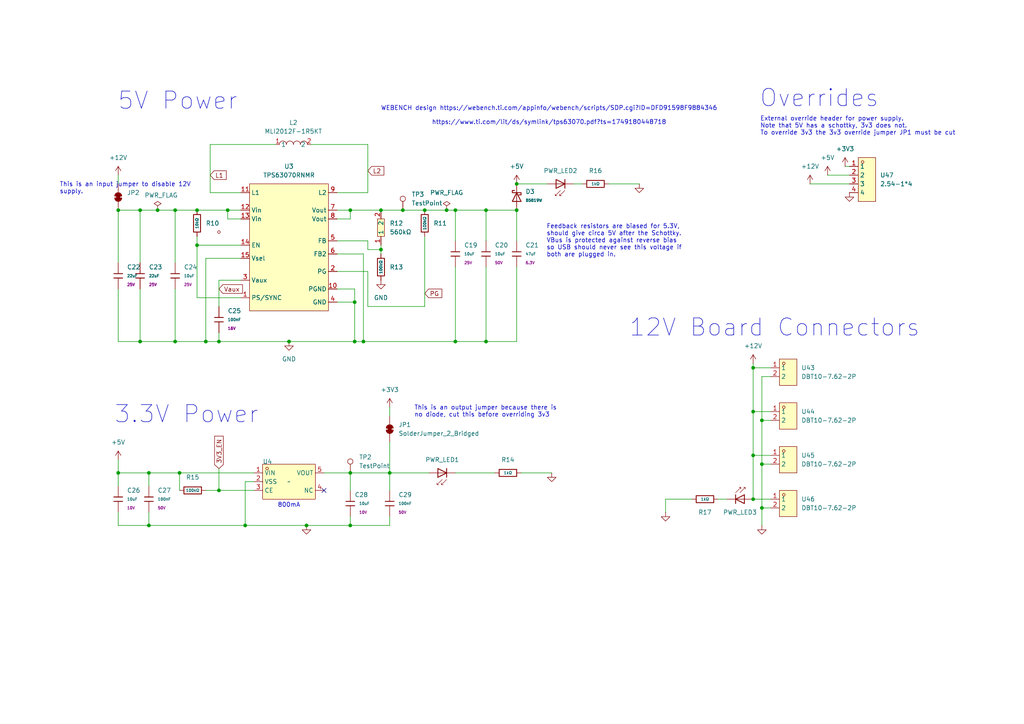
<source format=kicad_sch>
(kicad_sch (version 20250114) (generator "eeschema") (generator_version "9.0")
  (paper "A4")
  (text "External override header for power supply. \nNote that 5V has a schottky, 3v3 does not.\nTo override 3v3 the 3v3 override jumper JP1 must be cut" (at 220.472 36.576 0) (effects (font (size 1.27 1.27)) (justify left)))
  (text "3.3V Power" (at 33.02 123.19 0) (effects (font (size 4.9784 4.9784)) (justify left bottom)))
  (text "Feedback resistors are biased for 5.3V, \nshould give circa 5V after the Schottky. \nVBus is protected against reverse bias \nso USB should never see this voltage if \nboth are plugged in." (at 158.496 69.85 0) (effects (font (size 1.27 1.27)) (justify left)))
  (text "Overrides" (at 220.218 31.496 0) (effects (font (size 4.9784 4.9784)) (justify left bottom)))
  (text "WEBENCH design https://webench.ti.com/appinfo/webench/scripts/SDP.cgi?ID=DFD91598F9884346\n\nhttps://www.ti.com/lit/ds/symlink/tps63070.pdf?ts=1749180448718" (at 159.258 33.528 0) (effects (font (size 1.27 1.27))))
  (text "800mA" (at 80.518 147.32 0) (effects (font (size 1.27 1.27)) (justify left bottom)))
  (text "This is an output jumper because there is \nno diode, cut this before overriding 3v3" (at 120.142 119.38 0) (effects (font (size 1.27 1.27)) (justify left)))
  (text "This is an input jumper to disable 12V\nsupply." (at 17.272 54.61 0) (effects (font (size 1.27 1.27)) (justify left)))
  (text "12V Board Connectors\n" (at 182.372 98.044 0) (effects (font (size 4.9784 4.9784)) (justify left bottom)))
  (text "5V Power" (at 34.036 32.258 0) (effects (font (size 4.9784 4.9784)) (justify left bottom)))
  (junction (at 105.41 99.06))
  (junction (at 140.97 99.06))
  (junction (at 34.29 60.96))
  (junction (at 57.15 71.12))
  (junction (at 40.64 60.96))
  (junction (at 101.6 152.4))
  (junction (at 123.19 60.96))
  (junction (at 102.87 87.63))
  (junction (at 149.86 53.34))
  (junction (at 220.98 134.62))
  (junction (at 129.54 60.96))
  (junction (at 88.9 152.4))
  (junction (at 132.08 60.96))
  (junction (at 110.49 60.96))
  (junction (at 43.18 137.16))
  (junction (at 45.72 60.96))
  (junction (at 218.44 132.08))
  (junction (at 116.84 60.96))
  (junction (at 63.5 99.06))
  (junction (at 52.07 137.16))
  (junction (at 140.97 60.96))
  (junction (at 50.8 60.96))
  (junction (at 40.64 99.06))
  (junction (at 218.44 106.68))
  (junction (at 43.18 152.4))
  (junction (at 113.03 137.16))
  (junction (at 57.15 60.96))
  (junction (at 149.86 60.96))
  (junction (at 132.08 99.06))
  (junction (at 63.5 142.24))
  (junction (at 83.82 99.06))
  (junction (at 101.6 137.16))
  (junction (at 71.12 152.4))
  (junction (at 218.44 119.38))
  (junction (at 218.44 144.78))
  (junction (at 102.87 99.06))
  (junction (at 50.8 99.06))
  (junction (at 220.98 121.92))
  (junction (at 220.98 147.32))
  (junction (at 110.49 72.39))
  (junction (at 101.6 60.96))
  (junction (at 59.69 99.06))
  (junction (at 66.04 60.96))
  (junction (at 34.29 137.16))
  (no_connect (at 93.98 142.24))
  (wire (pts (xy 50.8 60.96) (xy 45.72 60.96)))
  (wire (pts (xy 63.5 96.52) (xy 63.5 99.06)))
  (wire (pts (xy 140.97 60.96) (xy 140.97 69.85)))
  (wire (pts (xy 101.6 149.86) (xy 101.6 152.4)))
  (wire (pts (xy 63.5 142.24) (xy 73.66 142.24)))
  (wire (pts (xy 57.15 86.36) (xy 69.85 86.36)))
  (wire (pts (xy 97.79 78.74) (xy 106.68 78.74)))
  (wire (pts (xy 60.96 55.88) (xy 60.96 41.91)))
  (wire (pts (xy 132.08 137.16) (xy 143.51 137.16)))
  (wire (pts (xy 97.79 73.66) (xy 105.41 73.66)))
  (wire (pts (xy 218.44 106.68) (xy 218.44 119.38)))
  (wire (pts (xy 34.29 148.59) (xy 34.29 152.4)))
  (wire (pts (xy 101.6 142.24) (xy 101.6 137.16)))
  (wire (pts (xy 43.18 137.16) (xy 52.07 137.16)))
  (wire (pts (xy 124.46 137.16) (xy 113.03 137.16)))
  (wire (pts (xy 234.95 53.34) (xy 246.38 53.34)))
  (wire (pts (xy 223.52 106.68) (xy 218.44 106.68)))
  (wire (pts (xy 71.12 152.4) (xy 88.9 152.4)))
  (wire (pts (xy 34.29 137.16) (xy 34.29 140.97)))
  (wire (pts (xy 52.07 137.16) (xy 52.07 142.24)))
  (wire (pts (xy 60.96 41.91) (xy 80.01 41.91)))
  (wire (pts (xy 106.68 72.39) (xy 110.49 72.39)))
  (wire (pts (xy 218.44 119.38) (xy 223.52 119.38)))
  (wire (pts (xy 57.15 60.96) (xy 50.8 60.96)))
  (wire (pts (xy 69.85 63.5) (xy 66.04 63.5)))
  (wire (pts (xy 113.03 118.11) (xy 113.03 120.65)))
  (wire (pts (xy 101.6 60.96) (xy 101.6 63.5)))
  (wire (pts (xy 113.03 149.86) (xy 113.03 152.4)))
  (wire (pts (xy 102.87 87.63) (xy 102.87 99.06)))
  (wire (pts (xy 218.44 119.38) (xy 218.44 132.08)))
  (wire (pts (xy 160.02 137.16) (xy 151.13 137.16)))
  (wire (pts (xy 218.44 132.08) (xy 218.44 144.78)))
  (wire (pts (xy 166.37 53.34) (xy 168.91 53.34)))
  (wire (pts (xy 50.8 60.96) (xy 50.8 76.2)))
  (wire (pts (xy 93.98 137.16) (xy 101.6 137.16)))
  (wire (pts (xy 220.98 147.32) (xy 223.52 147.32)))
  (wire (pts (xy 220.98 109.22) (xy 220.98 121.92)))
  (wire (pts (xy 129.54 60.96) (xy 132.08 60.96)))
  (wire (pts (xy 66.04 63.5) (xy 66.04 60.96)))
  (wire (pts (xy 220.98 121.92) (xy 220.98 134.62)))
  (wire (pts (xy 34.29 83.82) (xy 34.29 99.06)))
  (wire (pts (xy 88.9 152.4) (xy 101.6 152.4)))
  (wire (pts (xy 106.68 88.9) (xy 123.19 88.9)))
  (wire (pts (xy 63.5 81.28) (xy 63.5 88.9)))
  (wire (pts (xy 34.29 152.4) (xy 43.18 152.4)))
  (wire (pts (xy 71.12 139.7) (xy 71.12 152.4)))
  (wire (pts (xy 140.97 99.06) (xy 132.08 99.06)))
  (wire (pts (xy 66.04 60.96) (xy 69.85 60.96)))
  (wire (pts (xy 63.5 99.06) (xy 59.69 99.06)))
  (wire (pts (xy 245.11 48.26) (xy 246.38 48.26)))
  (wire (pts (xy 101.6 152.4) (xy 113.03 152.4)))
  (wire (pts (xy 57.15 71.12) (xy 57.15 86.36)))
  (wire (pts (xy 113.03 142.24) (xy 113.03 137.16)))
  (wire (pts (xy 69.85 81.28) (xy 63.5 81.28)))
  (wire (pts (xy 240.03 50.8) (xy 246.38 50.8)))
  (wire (pts (xy 43.18 152.4) (xy 71.12 152.4)))
  (wire (pts (xy 34.29 99.06) (xy 40.64 99.06)))
  (wire (pts (xy 40.64 60.96) (xy 40.64 76.2)))
  (wire (pts (xy 110.49 60.96) (xy 116.84 60.96)))
  (wire (pts (xy 90.17 41.91) (xy 106.68 41.91)))
  (wire (pts (xy 123.19 88.9) (xy 123.19 68.58)))
  (wire (pts (xy 193.04 144.78) (xy 200.66 144.78)))
  (wire (pts (xy 218.44 132.08) (xy 223.52 132.08)))
  (wire (pts (xy 59.69 74.93) (xy 59.69 99.06)))
  (wire (pts (xy 116.84 60.96) (xy 123.19 60.96)))
  (wire (pts (xy 223.52 109.22) (xy 220.98 109.22)))
  (wire (pts (xy 97.79 60.96) (xy 101.6 60.96)))
  (wire (pts (xy 97.79 87.63) (xy 102.87 87.63)))
  (wire (pts (xy 113.03 128.27) (xy 113.03 137.16)))
  (wire (pts (xy 34.29 60.96) (xy 40.64 60.96)))
  (wire (pts (xy 102.87 99.06) (xy 83.82 99.06)))
  (wire (pts (xy 220.98 121.92) (xy 223.52 121.92)))
  (wire (pts (xy 66.04 60.96) (xy 57.15 60.96)))
  (wire (pts (xy 71.12 139.7) (xy 73.66 139.7)))
  (wire (pts (xy 106.68 41.91) (xy 106.68 55.88)))
  (wire (pts (xy 140.97 77.47) (xy 140.97 99.06)))
  (wire (pts (xy 57.15 68.58) (xy 57.15 71.12)))
  (wire (pts (xy 132.08 77.47) (xy 132.08 99.06)))
  (wire (pts (xy 97.79 83.82) (xy 102.87 83.82)))
  (wire (pts (xy 101.6 137.16) (xy 113.03 137.16)))
  (wire (pts (xy 149.86 77.47) (xy 149.86 99.06)))
  (wire (pts (xy 110.49 71.12) (xy 110.49 72.39)))
  (wire (pts (xy 105.41 99.06) (xy 102.87 99.06)))
  (wire (pts (xy 83.82 99.06) (xy 63.5 99.06)))
  (wire (pts (xy 102.87 83.82) (xy 102.87 87.63)))
  (wire (pts (xy 106.68 78.74) (xy 106.68 88.9)))
  (wire (pts (xy 140.97 60.96) (xy 149.86 60.96)))
  (wire (pts (xy 105.41 73.66) (xy 105.41 99.06)))
  (wire (pts (xy 220.98 134.62) (xy 223.52 134.62)))
  (wire (pts (xy 132.08 99.06) (xy 105.41 99.06)))
  (wire (pts (xy 149.86 60.96) (xy 149.86 69.85)))
  (wire (pts (xy 40.64 83.82) (xy 40.64 99.06)))
  (wire (pts (xy 210.82 144.78) (xy 208.28 144.78)))
  (wire (pts (xy 34.29 50.8) (xy 34.29 53.34)))
  (wire (pts (xy 50.8 83.82) (xy 50.8 99.06)))
  (wire (pts (xy 218.44 144.78) (xy 223.52 144.78)))
  (wire (pts (xy 34.29 60.96) (xy 34.29 76.2)))
  (wire (pts (xy 69.85 74.93) (xy 59.69 74.93)))
  (wire (pts (xy 220.98 147.32) (xy 220.98 152.4)))
  (wire (pts (xy 132.08 60.96) (xy 140.97 60.96)))
  (wire (pts (xy 69.85 55.88) (xy 60.96 55.88)))
  (wire (pts (xy 185.42 53.34) (xy 176.53 53.34)))
  (wire (pts (xy 50.8 99.06) (xy 59.69 99.06)))
  (wire (pts (xy 149.86 99.06) (xy 140.97 99.06)))
  (wire (pts (xy 59.69 142.24) (xy 63.5 142.24)))
  (wire (pts (xy 40.64 99.06) (xy 50.8 99.06)))
  (wire (pts (xy 220.98 134.62) (xy 220.98 147.32)))
  (wire (pts (xy 106.68 69.85) (xy 106.68 72.39)))
  (wire (pts (xy 34.29 133.35) (xy 34.29 137.16)))
  (wire (pts (xy 43.18 148.59) (xy 43.18 152.4)))
  (wire (pts (xy 52.07 137.16) (xy 73.66 137.16)))
  (wire (pts (xy 97.79 69.85) (xy 106.68 69.85)))
  (wire (pts (xy 106.68 55.88) (xy 97.79 55.88)))
  (wire (pts (xy 57.15 71.12) (xy 69.85 71.12)))
  (wire (pts (xy 218.44 105.41) (xy 218.44 106.68)))
  (wire (pts (xy 45.72 60.96) (xy 40.64 60.96)))
  (wire (pts (xy 132.08 60.96) (xy 132.08 69.85)))
  (wire (pts (xy 34.29 137.16) (xy 43.18 137.16)))
  (wire (pts (xy 158.75 53.34) (xy 149.86 53.34)))
  (wire (pts (xy 63.5 135.89) (xy 63.5 142.24)))
  (wire (pts (xy 101.6 60.96) (xy 110.49 60.96)))
  (wire (pts (xy 110.49 72.39) (xy 110.49 73.66)))
  (wire (pts (xy 43.18 137.16) (xy 43.18 140.97)))
  (wire (pts (xy 123.19 60.96) (xy 129.54 60.96)))
  (wire (pts (xy 193.04 148.59) (xy 193.04 144.78)))
  (wire (pts (xy 97.79 63.5) (xy 101.6 63.5)))
  (global_label "Vaux" (shape input) (at 63.5 83.82 0) (property "Intersheetrefs" "${INTERSHEET_REFS}" (effects (hide yes))))
  (global_label "3V3_EN" (shape input) (at 63.5 135.89 90) (property "Intersheetrefs" "${INTERSHEET_REFS}" (effects (hide yes))))
  (global_label "L1" (shape input) (at 60.96 50.8 0) (property "Intersheetrefs" "${INTERSHEET_REFS}" (effects (hide yes))))
  (global_label "PG" (shape input) (at 123.19 85.09 0) (property "Intersheetrefs" "${INTERSHEET_REFS}" (effects (hide yes))))
  (global_label "L2" (shape input) (at 106.68 49.53 0) (property "Intersheetrefs" "${INTERSHEET_REFS}" (effects (hide yes))))
  (symbol (lib_id "power:+5V") (at 245.11 48.26 0) (unit 1)
    (property "Reference" "#PWR0108" (effects (hide yes)))
    (property "Value" "+3V3" (at 245.11 43.18 0))
    (property "Description" "Power symbol creates a global label with name \"+5V\"" (effects (hide yes)))
  )
  (symbol (lib_id "PCM_JLCPCB-Resistors:0603,100kΩ") (at 123.19 64.77 0) (unit 1)
    (property "Reference" "R11" (at 125.73 64.7699 0) (effects (justify left)))
    (property "Value" "100kΩ" (at 123.19 64.77 90) (effects (font (size 0.8 0.8))))
    (property "Footprint" "PCM_JLCPCB:R_0603" (effects (hide yes)))
    (property "Datasheet" "https://www.lcsc.com/datasheet/lcsc_datasheet_2206010045_UNI-ROYAL-Uniroyal-Elec-0603WAF1003T5E_C25803.pdf" (effects (hide yes)))
    (property "Description" "100mW Thick Film Resistors 75V ±100ppm/°C ±1% 100kΩ 0603 Chip Resistor - Surface Mount ROHS" (effects (hide yes)))
    (property "LCSC" "C25803" (effects (hide yes)))
    (property "Stock" "6974816" (effects (hide yes)))
    (property "Price" "0.004USD" (effects (hide yes)))
    (property "Process" "SMT" (effects (hide yes)))
    (property "Minimum Qty" "20" (effects (hide yes)))
    (property "Attrition Qty" "10" (effects (hide yes)))
    (property "Class" "Basic Component" (effects (hide yes)))
    (property "Category" "Resistors,Chip Resistor - Surface Mount" (effects (hide yes)))
    (property "Manufacturer" "UNI-ROYAL(Uniroyal Elec)" (effects (hide yes)))
    (property "Part" "0603WAF1003T5E" (effects (hide yes)))
    (property "Resistance" "100kΩ" (effects (hide yes)))
    (property "Power(Watts)" "100mW" (effects (hide yes)))
    (property "Type" "Thick Film Resistors" (effects (hide yes)))
    (property "Overload Voltage (Max)" "75V" (effects (hide yes)))
    (property "Operating Temperature Range" "-55°C~+155°C" (effects (hide yes)))
    (property "Tolerance" "±1%" (effects (hide yes)))
    (property "Temperature Coefficient" "±100ppm/°C" (effects (hide yes)))
  )
  (symbol (lib_id "PCM_JLCPCB-Capacitors:0805,22uF") (at 34.29 80.01 0) (unit 1)
    (property "Reference" "C22" (at 36.83 77.4699 0) (effects (justify left)))
    (property "Value" "22uF" (at 36.83 80.01 0) (effects (font (size 0.8 0.8)) (justify left)))
    (property "Footprint" "PCM_JLCPCB:C_0805" (effects (hide yes)))
    (property "Datasheet" "https://www.lcsc.com/datasheet/lcsc_datasheet_2304140030_Samsung-Electro-Mechanics-CL21A226MAQNNNE_C45783.pdf" (effects (hide yes)))
    (property "Description" "25V 22uF X5R ±20% 0805 Multilayer Ceramic Capacitors MLCC - SMD/SMT ROHS" (effects (hide yes)))
    (property "LCSC" "C45783" (effects (hide yes)))
    (property "Stock" "5698186" (effects (hide yes)))
    (property "Price" "0.027USD" (effects (hide yes)))
    (property "Process" "SMT" (effects (hide yes)))
    (property "Minimum Qty" "20" (effects (hide yes)))
    (property "Attrition Qty" "8" (effects (hide yes)))
    (property "Class" "Basic Component" (effects (hide yes)))
    (property "Category" "Capacitors,Multilayer Ceramic Capacitors MLCC - SMD/SMT" (effects (hide yes)))
    (property "Manufacturer" "Samsung Electro-Mechanics" (effects (hide yes)))
    (property "Part" "CL21A226MAQNNNE" (effects (hide yes)))
    (property "Voltage Rated" "25V" (at 36.83 82.55 0) (effects (font (size 0.8 0.8)) (justify left)))
    (property "Tolerance" "±20%" (effects (hide yes)))
    (property "Capacitance" "22uF" (effects (hide yes)))
    (property "Temperature Coefficient" "X5R" (effects (hide yes)))
  )
  (symbol (lib_id "power:+12V") (at 34.29 50.8 0) (unit 1)
    (property "Reference" "#PWR020" (effects (hide yes)))
    (property "Value" "+12V" (at 34.29 45.72 0))
    (property "Description" "Power symbol creates a global label with name \"+12V\"" (effects (hide yes)))
  )
  (symbol (lib_id "EasyEDA:DBT10-7.62-2P") (at 228.6 146.05 0) (unit 1)
    (property "Reference" "U46" (at 232.41 144.7799 0) (effects (justify left)))
    (property "Value" "DBT10-7.62-2P" (at 232.41 147.3199 0) (effects (justify left)))
    (property "Footprint" "EasyEDA:CONN-TH_2P-P7.62_DBT10-7.62-2P" (effects (hide yes)))
    (property "Datasheet" "https://lcsc.com/product-detail/Barrier-Terminal-Blocks_DIBO-DBT10-7-62-2P_C395930.html" (effects (hide yes)))
    (property "LCSC Part" "C395930" (effects (hide yes)))
  )
  (symbol (lib_id "PCM_JLCPCB-Diodes:LED,0603,Red") (at 162.56 53.34 90) (unit 1)
    (property "Reference" "PWR_LED2" (at 162.56 49.53 90))
    (property "Value" "Red" (effects (hide yes)))
    (property "Footprint" "PCM_JLCPCB:D_0603" (effects (hide yes)))
    (property "Datasheet" "https://www.lcsc.com/datasheet/lcsc_datasheet_1810231112_Hubei-KENTO-Elec-KT-0603R_C2286.pdf" (effects (hide yes)))
    (property "Description" "-40°C~+85°C Red 0603 LED Indication - Discrete ROHS" (effects (hide yes)))
    (property "LCSC" "C2286" (effects (hide yes)))
    (property "Stock" "4170040" (effects (hide yes)))
    (property "Price" "0.009USD" (effects (hide yes)))
    (property "Process" "SMT" (effects (hide yes)))
    (property "Minimum Qty" "20" (effects (hide yes)))
    (property "Attrition Qty" "10" (effects (hide yes)))
    (property "Class" "Basic Component" (effects (hide yes)))
    (property "Category" "Optocouplers & LEDs & Infrared,Light Emitting Diodes (LED)" (effects (hide yes)))
    (property "Manufacturer" "Hubei KENTO Elec" (effects (hide yes)))
    (property "Part" "KT-0603R" (effects (hide yes)))
  )
  (symbol (lib_id "PCM_JLCPCB-Capacitors:0603,10uF") (at 34.29 144.78 0) (unit 1)
    (property "Reference" "C26" (at 36.83 142.2399 0) (effects (justify left)))
    (property "Value" "10uF" (at 36.83 144.78 0) (effects (font (size 0.8 0.8)) (justify left)))
    (property "Footprint" "PCM_JLCPCB:C_0603" (effects (hide yes)))
    (property "Datasheet" "https://www.lcsc.com/datasheet/lcsc_datasheet_2304140030_Samsung-Electro-Mechanics-CL10A106KP8NNNC_C19702.pdf" (effects (hide yes)))
    (property "Description" "10V 10uF X5R ±10% 0603 Multilayer Ceramic Capacitors MLCC - SMD/SMT ROHS" (effects (hide yes)))
    (property "LCSC" "C19702" (effects (hide yes)))
    (property "Stock" "11716291" (effects (hide yes)))
    (property "Price" "0.009USD" (effects (hide yes)))
    (property "Process" "SMT" (effects (hide yes)))
    (property "Minimum Qty" "20" (effects (hide yes)))
    (property "Attrition Qty" "10" (effects (hide yes)))
    (property "Class" "Basic Component" (effects (hide yes)))
    (property "Category" "Capacitors,Multilayer Ceramic Capacitors MLCC - SMD/SMT" (effects (hide yes)))
    (property "Manufacturer" "Samsung Electro-Mechanics" (effects (hide yes)))
    (property "Part" "CL10A106KP8NNNC" (effects (hide yes)))
    (property "Voltage Rated" "10V" (at 36.83 147.32 0) (effects (font (size 0.8 0.8)) (justify left)))
    (property "Tolerance" "±10%" (effects (hide yes)))
    (property "Capacitance" "10uF" (effects (hide yes)))
    (property "Temperature Coefficient" "X5R" (effects (hide yes)))
  )
  (symbol (lib_id "EasyEDA:MLI2012F-1R5KT") (at 85.09 41.91 0) (unit 1)
    (property "Reference" "L2" (at 85.09 35.56 0))
    (property "Value" "MLI2012F-1R5KT" (at 85.09 38.1 0))
    (property "Footprint" "EasyEDA:L0805" (effects (hide yes)))
    (property "LCSC Part" "C2885888" (effects (hide yes)))
  )
  (symbol (lib_id "PCM_JLCPCB-Diodes:Schottky,B5819W") (at 149.86 57.15 180) (unit 1)
    (property "Reference" "D3" (at 152.4 55.5624 0) (effects (justify right)))
    (property "Value" "B5819W" (at 152.4 58.1025 0) (effects (font (size 0.8 0.8)) (justify right)))
    (property "Footprint" "PCM_JLCPCB:D_SOD-123" (effects (hide yes)))
    (property "Datasheet" "https://www.lcsc.com/datasheet/lcsc_datasheet_2407291648_MDD-Microdiode-Semiconductor-B5819W_C64885.pdf" (effects (hide yes)))
    (property "Description" "40V Independent Type 900mV@3A 1A SOD-123 Schottky Diodes ROHS" (effects (hide yes)))
    (property "LCSC" "C64885" (effects (hide yes)))
    (property "Stock" "396308" (effects (hide yes)))
    (property "Price" "0.019USD" (effects (hide yes)))
    (property "Process" "SMT" (effects (hide yes)))
    (property "Minimum Qty" "15" (effects (hide yes)))
    (property "Attrition Qty" "10" (effects (hide yes)))
    (property "Class" "Preferred Component" (effects (hide yes)))
    (property "Category" "Diodes,Schottky Barrier Diodes (SBD)" (effects (hide yes)))
    (property "Manufacturer" "MDD（Microdiode Electronics）" (effects (hide yes)))
    (property "Part" "B5819W" (effects (hide yes)))
    (property "Rectified Current" "1A" (effects (hide yes)))
    (property "Forward Voltage (Vf@If)" "900mV@3A" (effects (hide yes)))
    (property "Reverse Voltage (Vr)" "40V" (effects (hide yes)))
    (property "Diode Configuration" "Independent Type" (effects (hide yes)))
    (property "Reverse Leakage Current (Ir)" "1mA@40V" (effects (hide yes)))
  )
  (symbol (lib_id "power:+3V3") (at 113.03 118.11 0) (unit 1)
    (property "Reference" "#PWR024" (effects (hide yes)))
    (property "Value" "+3V3" (at 113.03 113.03 0))
    (property "Description" "Power symbol creates a global label with name \"+3V3\"" (effects (hide yes)))
  )
  (symbol (lib_id "PCM_JLCPCB-Capacitors:0805,10uF,(2)") (at 140.97 73.66 0) (unit 1)
    (property "Reference" "C20" (at 143.51 71.1199 0) (effects (justify left)))
    (property "Value" "10uF" (at 143.51 73.66 0) (effects (font (size 0.8 0.8)) (justify left)))
    (property "Footprint" "PCM_JLCPCB:C_0805" (effects (hide yes)))
    (property "Datasheet" "https://www.lcsc.com/datasheet/lcsc_datasheet_2411041759_Murata-Electronics-GRM21BR61H106KE43L_C440198.pdf" (effects (hide yes)))
    (property "Description" "50V 10uF X5R ±10% 0805 Multilayer Ceramic Capacitors MLCC - SMD/SMT ROHS" (effects (hide yes)))
    (property "LCSC" "C440198" (effects (hide yes)))
    (property "Stock" "1578531" (effects (hide yes)))
    (property "Price" "0.066USD" (effects (hide yes)))
    (property "Process" "SMT" (effects (hide yes)))
    (property "Minimum Qty" "5" (effects (hide yes)))
    (property "Attrition Qty" "4" (effects (hide yes)))
    (property "Class" "Basic Component" (effects (hide yes)))
    (property "Category" "Capacitors,Multilayer Ceramic Capacitors MLCC - SMD/SMT" (effects (hide yes)))
    (property "Manufacturer" "Murata Electronics" (effects (hide yes)))
    (property "Part" "GRM21BR61H106KE43L" (effects (hide yes)))
    (property "Voltage Rated" "50V" (at 143.51 76.2 0) (effects (font (size 0.8 0.8)) (justify left)))
    (property "Tolerance" "±10%" (effects (hide yes)))
    (property "Capacitance" "10uF" (effects (hide yes)))
    (property "Temperature Coefficient" "X5R" (effects (hide yes)))
  )
  (symbol (lib_id "EasyEDA:DBT10-7.62-2P") (at 228.6 107.95 0) (unit 1)
    (property "Reference" "U43" (at 232.41 106.6799 0) (effects (justify left)))
    (property "Value" "DBT10-7.62-2P" (at 232.41 109.2199 0) (effects (justify left)))
    (property "Footprint" "EasyEDA:CONN-TH_2P-P7.62_DBT10-7.62-2P" (effects (hide yes)))
    (property "Datasheet" "https://lcsc.com/product-detail/Barrier-Terminal-Blocks_DIBO-DBT10-7-62-2P_C395930.html" (effects (hide yes)))
    (property "LCSC Part" "C395930" (effects (hide yes)))
  )
  (symbol (lib_id "power:+5V") (at 34.29 133.35 0) (unit 1)
    (property "Reference" "#PWR023" (effects (hide yes)))
    (property "Value" "+5V" (at 34.29 128.27 0))
    (property "Description" "Power symbol creates a global label with name \"+5V\"" (effects (hide yes)))
  )
  (symbol (lib_id "PCM_JLCPCB-Capacitors:0603,10uF,(2)") (at 50.8 80.01 0) (unit 1)
    (property "Reference" "C24" (at 53.34 77.4699 0) (effects (justify left)))
    (property "Value" "10uF" (at 53.34 80.01 0) (effects (font (size 0.8 0.8)) (justify left)))
    (property "Footprint" "PCM_JLCPCB:C_0603" (effects (hide yes)))
    (property "Datasheet" "https://www.lcsc.com/datasheet/lcsc_datasheet_2304140030_Samsung-Electro-Mechanics-CL10A106MA8NRNC_C96446.pdf" (effects (hide yes)))
    (property "Description" "25V 10uF X5R ±20% 0603 Multilayer Ceramic Capacitors MLCC - SMD/SMT ROHS" (effects (hide yes)))
    (property "LCSC" "C96446" (effects (hide yes)))
    (property "Stock" "3903701" (effects (hide yes)))
    (property "Price" "0.021USD" (effects (hide yes)))
    (property "Process" "SMT" (effects (hide yes)))
    (property "Minimum Qty" "20" (effects (hide yes)))
    (property "Attrition Qty" "8" (effects (hide yes)))
    (property "Class" "Basic Component" (effects (hide yes)))
    (property "Category" "Capacitors,Multilayer Ceramic Capacitors MLCC - SMD/SMT" (effects (hide yes)))
    (property "Manufacturer" "Samsung Electro-Mechanics" (effects (hide yes)))
    (property "Part" "CL10A106MA8NRNC" (effects (hide yes)))
    (property "Voltage Rated" "25V" (at 53.34 82.55 0) (effects (font (size 0.8 0.8)) (justify left)))
    (property "Tolerance" "±20%" (effects (hide yes)))
    (property "Capacitance" "10uF" (effects (hide yes)))
    (property "Temperature Coefficient" "X5R" (effects (hide yes)))
  )
  (symbol (lib_id "PCM_JLCPCB-Capacitors:0805,22uF") (at 40.64 80.01 0) (unit 1)
    (property "Reference" "C23" (at 43.18 77.4699 0) (effects (justify left)))
    (property "Value" "22uF" (at 43.18 80.01 0) (effects (font (size 0.8 0.8)) (justify left)))
    (property "Footprint" "PCM_JLCPCB:C_0805" (effects (hide yes)))
    (property "Datasheet" "https://www.lcsc.com/datasheet/lcsc_datasheet_2304140030_Samsung-Electro-Mechanics-CL21A226MAQNNNE_C45783.pdf" (effects (hide yes)))
    (property "Description" "25V 22uF X5R ±20% 0805 Multilayer Ceramic Capacitors MLCC - SMD/SMT ROHS" (effects (hide yes)))
    (property "LCSC" "C45783" (effects (hide yes)))
    (property "Stock" "5698186" (effects (hide yes)))
    (property "Price" "0.027USD" (effects (hide yes)))
    (property "Process" "SMT" (effects (hide yes)))
    (property "Minimum Qty" "20" (effects (hide yes)))
    (property "Attrition Qty" "8" (effects (hide yes)))
    (property "Class" "Basic Component" (effects (hide yes)))
    (property "Category" "Capacitors,Multilayer Ceramic Capacitors MLCC - SMD/SMT" (effects (hide yes)))
    (property "Manufacturer" "Samsung Electro-Mechanics" (effects (hide yes)))
    (property "Part" "CL21A226MAQNNNE" (effects (hide yes)))
    (property "Voltage Rated" "25V" (at 43.18 82.55 0) (effects (font (size 0.8 0.8)) (justify left)))
    (property "Tolerance" "±20%" (effects (hide yes)))
    (property "Capacitance" "22uF" (effects (hide yes)))
    (property "Temperature Coefficient" "X5R" (effects (hide yes)))
  )
  (symbol (lib_id "power:GND") (at 110.49 81.28 0) (unit 1)
    (property "Reference" "#PWR021" (effects (hide yes)))
    (property "Value" "GND" (at 110.49 86.36 0))
    (property "Description" "Power symbol creates a global label with name \"GND\" , ground" (effects (hide yes)))
  )
  (symbol (lib_id "power:PWR_FLAG") (at 45.72 60.96 0) (unit 1)
    (property "Reference" "#FLG03" (effects (hide yes)))
    (property "Value" "PWR_FLAG" (at 46.736 56.642 0))
    (property "Description" "Special symbol for telling ERC where power comes from" (effects (hide yes)))
  )
  (symbol (lib_id "power:GND") (at 193.04 148.59 0) (unit 1)
    (property "Reference" "#PWR0105" (effects (hide yes)))
    (property "Value" "GND" (effects (hide yes)))
    (property "Description" "Power symbol creates a global label with name \"GND\" , ground" (effects (hide yes)))
  )
  (symbol (lib_id "PCM_JLCPCB-Resistors:0402,100kΩ") (at 55.88 142.24 90) (unit 1)
    (property "Reference" "R15" (at 55.88 138.43 90))
    (property "Value" "100kΩ" (at 55.88 142.24 90) (effects (font (size 0.8 0.8))))
    (property "Footprint" "PCM_JLCPCB:R_0402" (effects (hide yes)))
    (property "Datasheet" "https://www.lcsc.com/datasheet/lcsc_datasheet_2206010100_UNI-ROYAL-Uniroyal-Elec-0402WGF1003TCE_C25741.pdf" (effects (hide yes)))
    (property "Description" "62.5mW Thick Film Resistors 50V ±100ppm/°C ±1% 100kΩ 0402 Chip Resistor - Surface Mount ROHS" (effects (hide yes)))
    (property "LCSC" "C25741" (effects (hide yes)))
    (property "Stock" "3811458" (effects (hide yes)))
    (property "Price" "0.004USD" (effects (hide yes)))
    (property "Process" "SMT" (effects (hide yes)))
    (property "Minimum Qty" "20" (effects (hide yes)))
    (property "Attrition Qty" "10" (effects (hide yes)))
    (property "Class" "Basic Component" (effects (hide yes)))
    (property "Category" "Resistors,Chip Resistor - Surface Mount" (effects (hide yes)))
    (property "Manufacturer" "UNI-ROYAL(Uniroyal Elec)" (effects (hide yes)))
    (property "Part" "0402WGF1003TCE" (effects (hide yes)))
    (property "Resistance" "100kΩ" (effects (hide yes)))
    (property "Power(Watts)" "62.5mW" (effects (hide yes)))
    (property "Type" "Thick Film Resistors" (effects (hide yes)))
    (property "Overload Voltage (Max)" "50V" (effects (hide yes)))
    (property "Operating Temperature Range" "-55°C~+155°C" (effects (hide yes)))
    (property "Tolerance" "±1%" (effects (hide yes)))
    (property "Temperature Coefficient" "±100ppm/°C" (effects (hide yes)))
  )
  (symbol (lib_id "power:+3V3") (at 234.95 53.34 0) (unit 1)
    (property "Reference" "#PWR0110" (effects (hide yes)))
    (property "Value" "+12V" (at 234.95 48.26 0))
    (property "Description" "Power symbol creates a global label with name \"+3V3\"" (effects (hide yes)))
  )
  (symbol (lib_id "EasyEDA:ME6217C33M5G") (at 83.82 139.7 0) (unit 1)
    (property "Reference" "U4" (at 76.2 134.62 0) (effects (justify left bottom)))
    (property "Value" "~" (at 83.82 139.7 0))
    (property "Footprint" "EasyEDA:SOT-23-5_L3.0-W1.7-P0.95-LS2.8-BR" (effects (hide yes)))
    (property "Datasheet" "https://lcsc.com/product-detail/Low-Dropout-Regulators-LDO_Nanjing-Micro-One-Elec-ME6217C33M5G_C427602.html" (effects (hide yes)))
    (property "Description" "输出类型:固定;输出极性:正;最大输入电压:7V;输出电压:3.3V;输出电流:800mA;电源纹波抑制比(PSRR):65dB@(1kHz);" (effects (hide yes)))
    (property "Manufacturer Part" "ME6217C33M5G" (effects (hide yes)))
    (property "Manufacturer" "MICRONE(南京微盟)" (effects (hide yes)))
    (property "Supplier Part" "C427602" (effects (hide yes)))
    (property "Supplier" "LCSC" (effects (hide yes)))
    (property "LCSC Part Name" "ME6217C33M5G" (effects (hide yes)))
    (property "LCSC" "C427602" (effects (hide yes)))
    (property "LCSC Part" "C427602" (effects (hide yes)))
  )
  (symbol (lib_id "power:GND") (at 88.9 152.4 0) (unit 1)
    (property "Reference" "#PWR026" (effects (hide yes)))
    (property "Value" "GND" (effects (hide yes)))
    (property "Description" "Power symbol creates a global label with name \"GND\" , ground" (effects (hide yes)))
  )
  (symbol (lib_id "power:+12V") (at 218.44 105.41 0) (unit 1)
    (property "Reference" "#PWR099" (effects (hide yes)))
    (property "Value" "+12V" (at 218.44 100.33 0))
    (property "Description" "Power symbol creates a global label with name \"+12V\"" (effects (hide yes)))
  )
  (symbol (lib_id "PCM_JLCPCB-Diodes:LED,0603,Red") (at 214.63 144.78 270) (unit 1)
    (property "Reference" "PWR_LED3" (at 214.63 148.59 90))
    (property "Value" "Red" (effects (hide yes)))
    (property "Footprint" "PCM_JLCPCB:D_0603" (effects (hide yes)))
    (property "Datasheet" "https://www.lcsc.com/datasheet/lcsc_datasheet_1810231112_Hubei-KENTO-Elec-KT-0603R_C2286.pdf" (effects (hide yes)))
    (property "Description" "-40°C~+85°C Red 0603 LED Indication - Discrete ROHS" (effects (hide yes)))
    (property "LCSC" "C2286" (effects (hide yes)))
    (property "Stock" "4170040" (effects (hide yes)))
    (property "Price" "0.009USD" (effects (hide yes)))
    (property "Process" "SMT" (effects (hide yes)))
    (property "Minimum Qty" "20" (effects (hide yes)))
    (property "Attrition Qty" "10" (effects (hide yes)))
    (property "Class" "Basic Component" (effects (hide yes)))
    (property "Category" "Optocouplers & LEDs & Infrared,Light Emitting Diodes (LED)" (effects (hide yes)))
    (property "Manufacturer" "Hubei KENTO Elec" (effects (hide yes)))
    (property "Part" "KT-0603R" (effects (hide yes)))
  )
  (symbol (lib_id "PCM_JLCPCB-Capacitors:0603,10uF") (at 101.6 146.05 0) (unit 1)
    (property "Reference" "C28" (at 102.87 143.51 0) (effects (justify left)))
    (property "Value" "10uF" (at 104.14 146.05 0) (effects (font (size 0.8 0.8)) (justify left)))
    (property "Footprint" "PCM_JLCPCB:C_0603" (effects (hide yes)))
    (property "Datasheet" "https://www.lcsc.com/datasheet/lcsc_datasheet_2304140030_Samsung-Electro-Mechanics-CL10A106KP8NNNC_C19702.pdf" (effects (hide yes)))
    (property "Description" "10V 10uF X5R ±10% 0603 Multilayer Ceramic Capacitors MLCC - SMD/SMT ROHS" (effects (hide yes)))
    (property "LCSC" "C19702" (effects (hide yes)))
    (property "Stock" "11716291" (effects (hide yes)))
    (property "Price" "0.009USD" (effects (hide yes)))
    (property "Process" "SMT" (effects (hide yes)))
    (property "Minimum Qty" "20" (effects (hide yes)))
    (property "Attrition Qty" "10" (effects (hide yes)))
    (property "Class" "Basic Component" (effects (hide yes)))
    (property "Category" "Capacitors,Multilayer Ceramic Capacitors MLCC - SMD/SMT" (effects (hide yes)))
    (property "Manufacturer" "Samsung Electro-Mechanics" (effects (hide yes)))
    (property "Part" "CL10A106KP8NNNC" (effects (hide yes)))
    (property "Voltage Rated" "10V" (at 104.14 148.59 0) (effects (font (size 0.8 0.8)) (justify left)))
    (property "Tolerance" "±10%" (effects (hide yes)))
    (property "Capacitance" "10uF" (effects (hide yes)))
    (property "Temperature Coefficient" "X5R" (effects (hide yes)))
  )
  (symbol (lib_id "PCM_JLCPCB-Resistors:0603,10kΩ") (at 57.15 64.77 0) (unit 1)
    (property "Reference" "R10" (at 59.69 64.7699 0) (effects (justify left)))
    (property "Value" "10kΩ" (at 57.15 64.77 90) (effects (font (size 0.8 0.8))))
    (property "Footprint" "PCM_JLCPCB:R_0603" (effects (hide yes)))
    (property "Datasheet" "https://www.lcsc.com/datasheet/lcsc_datasheet_2206010045_UNI-ROYAL-Uniroyal-Elec-0603WAF1002T5E_C25804.pdf" (effects (hide yes)))
    (property "Description" "100mW Thick Film Resistors 75V ±100ppm/°C ±1% 10kΩ 0603 Chip Resistor - Surface Mount ROHS" (effects (hide yes)))
    (property "LCSC" "C25804" (effects (hide yes)))
    (property "Stock" "37200143" (effects (hide yes)))
    (property "Price" "0.004USD" (effects (hide yes)))
    (property "Process" "SMT" (effects (hide yes)))
    (property "Minimum Qty" "20" (effects (hide yes)))
    (property "Attrition Qty" "10" (effects (hide yes)))
    (property "Class" "Basic Component" (effects (hide yes)))
    (property "Category" "Resistors,Chip Resistor - Surface Mount" (effects (hide yes)))
    (property "Manufacturer" "UNI-ROYAL(Uniroyal Elec)" (effects (hide yes)))
    (property "Part" "0603WAF1002T5E" (effects (hide yes)))
    (property "Resistance" "10kΩ" (effects (hide yes)))
    (property "Power(Watts)" "100mW" (effects (hide yes)))
    (property "Type" "Thick Film Resistors" (effects (hide yes)))
    (property "Overload Voltage (Max)" "75V" (effects (hide yes)))
    (property "Operating Temperature Range" "-55°C~+155°C" (effects (hide yes)))
    (property "Tolerance" "±1%" (effects (hide yes)))
    (property "Temperature Coefficient" "±100ppm/°C" (effects (hide yes)))
  )
  (symbol (lib_id "Connector:TestPoint") (at 116.84 60.96 0) (unit 1)
    (property "Reference" "TP3" (at 119.38 56.3879 0) (effects (justify left)))
    (property "Value" "TestPoint" (at 119.38 58.9279 0) (effects (justify left)))
    (property "Footprint" "TestPoint:TestPoint_Pad_1.0x1.0mm" (effects (hide yes)))
    (property "Description" "test point" (effects (hide yes)))
  )
  (symbol (lib_id "power:+5V") (at 149.86 53.34 0) (unit 1)
    (property "Reference" "#PWR019" (effects (hide yes)))
    (property "Value" "+5V" (at 149.86 48.26 0))
    (property "Description" "Power symbol creates a global label with name \"+5V\"" (effects (hide yes)))
  )
  (symbol (lib_id "power:PWR_FLAG") (at 129.54 60.96 0) (unit 1)
    (property "Reference" "#FLG04" (effects (hide yes)))
    (property "Value" "PWR_FLAG" (at 129.54 55.88 0))
    (property "Description" "Special symbol for telling ERC where power comes from" (effects (hide yes)))
  )
  (symbol (lib_id "power:+3V3") (at 240.03 50.8 0) (unit 1)
    (property "Reference" "#PWR0109" (effects (hide yes)))
    (property "Value" "+5V" (at 240.03 45.72 0))
    (property "Description" "Power symbol creates a global label with name \"+3V3\"" (effects (hide yes)))
  )
  (symbol (lib_id "Jumper:SolderJumper_2_Bridged") (at 34.29 57.15 90) (unit 1) (in_bom no)
    (property "Reference" "JP2" (at 36.83 55.8799 90) (effects (justify right)))
    (property "Value" "SolderJumper_2_Bridged" (effects (hide yes)))
    (property "Footprint" "Jumper:SolderJumper-2_P1.3mm_Bridged_Pad1.0x1.5mm" (effects (hide yes)))
    (property "Description" "Solder Jumper, 2-pole, closed/bridged" (effects (hide yes)))
  )
  (symbol (lib_id "PCM_JLCPCB-Diodes:LED,0603,Red") (at 128.27 137.16 90) (unit 1)
    (property "Reference" "PWR_LED1" (at 128.27 133.35 90))
    (property "Value" "Red" (effects (hide yes)))
    (property "Footprint" "PCM_JLCPCB:D_0603" (effects (hide yes)))
    (property "Datasheet" "https://www.lcsc.com/datasheet/lcsc_datasheet_1810231112_Hubei-KENTO-Elec-KT-0603R_C2286.pdf" (effects (hide yes)))
    (property "Description" "-40°C~+85°C Red 0603 LED Indication - Discrete ROHS" (effects (hide yes)))
    (property "LCSC" "C2286" (effects (hide yes)))
    (property "Stock" "4170040" (effects (hide yes)))
    (property "Price" "0.009USD" (effects (hide yes)))
    (property "Process" "SMT" (effects (hide yes)))
    (property "Minimum Qty" "20" (effects (hide yes)))
    (property "Attrition Qty" "10" (effects (hide yes)))
    (property "Class" "Basic Component" (effects (hide yes)))
    (property "Category" "Optocouplers & LEDs & Infrared,Light Emitting Diodes (LED)" (effects (hide yes)))
    (property "Manufacturer" "Hubei KENTO Elec" (effects (hide yes)))
    (property "Part" "KT-0603R" (effects (hide yes)))
  )
  (symbol (lib_id "power:GND") (at 83.82 99.06 0) (unit 1)
    (property "Reference" "#PWR022" (effects (hide yes)))
    (property "Value" "GND" (at 83.82 104.14 0))
    (property "Description" "Power symbol creates a global label with name \"GND\" , ground" (effects (hide yes)))
  )
  (symbol (lib_id "Jumper:SolderJumper_2_Bridged") (at 113.03 124.46 90) (unit 1) (in_bom no)
    (property "Reference" "JP1" (at 115.57 123.1899 90) (effects (justify right)))
    (property "Value" "SolderJumper_2_Bridged" (at 115.57 125.7299 90) (effects (justify right)))
    (property "Footprint" "Jumper:SolderJumper-2_P1.3mm_Bridged_Pad1.0x1.5mm" (effects (hide yes)))
    (property "Description" "Solder Jumper, 2-pole, closed/bridged" (effects (hide yes)))
  )
  (symbol (lib_id "EasyEDA:2.54-1*4") (at 251.46 52.07 0) (unit 1)
    (property "Reference" "U47" (at 255.27 50.7999 0) (effects (justify left)))
    (property "Value" "2.54-1*4" (at 255.27 53.3399 0) (effects (justify left)))
    (property "Footprint" "EasyEDA:HDR-TH_4P-P2.54-V-M-1" (effects (hide yes)))
    (property "LCSC Part" "C5116483" (effects (hide yes)))
  )
  (symbol (lib_id "EasyEDA:TPS63070RNMR") (at 83.82 64.77 0) (unit 1)
    (property "Reference" "U3" (at 83.82 48.26 0))
    (property "Value" "TPS63070RNMR" (at 83.82 50.8 0))
    (property "Footprint" "EasyEDA:VQFN-HR-15_L3.0-W2.5-P0.50-BL_TPS63070RNMR" (effects (hide yes)))
    (property "Datasheet" "https://lcsc.com/product-detail/DC-DC-Converters_TI_TPS63070RNMR_TPS63070RNMR_C109322.html" (effects (hide yes)))
    (property "LCSC Part" "C109322" (effects (hide yes)))
  )
  (symbol (lib_id "PCM_JLCPCB-Resistors:0402,1kΩ") (at 172.72 53.34 90) (unit 1)
    (property "Reference" "R16" (at 172.72 49.53 90))
    (property "Value" "1kΩ" (at 172.72 53.34 90) (effects (font (size 0.8 0.8))))
    (property "Footprint" "PCM_JLCPCB:R_0402" (effects (hide yes)))
    (property "Datasheet" "https://www.lcsc.com/datasheet/lcsc_datasheet_2206010216_UNI-ROYAL-Uniroyal-Elec-0402WGF1001TCE_C11702.pdf" (effects (hide yes)))
    (property "Description" "62.5mW Thick Film Resistors 50V ±100ppm/°C ±1% 1kΩ 0402 Chip Resistor - Surface Mount ROHS" (effects (hide yes)))
    (property "LCSC" "C11702" (effects (hide yes)))
    (property "Stock" "8973314" (effects (hide yes)))
    (property "Price" "0.004USD" (effects (hide yes)))
    (property "Process" "SMT" (effects (hide yes)))
    (property "Minimum Qty" "20" (effects (hide yes)))
    (property "Attrition Qty" "10" (effects (hide yes)))
    (property "Class" "Basic Component" (effects (hide yes)))
    (property "Category" "Resistors,Chip Resistor - Surface Mount" (effects (hide yes)))
    (property "Manufacturer" "UNI-ROYAL(Uniroyal Elec)" (effects (hide yes)))
    (property "Part" "0402WGF1001TCE" (effects (hide yes)))
    (property "Resistance" "1kΩ" (effects (hide yes)))
    (property "Power(Watts)" "62.5mW" (effects (hide yes)))
    (property "Type" "Thick Film Resistors" (effects (hide yes)))
    (property "Overload Voltage (Max)" "50V" (effects (hide yes)))
    (property "Operating Temperature Range" "-55°C~+155°C" (effects (hide yes)))
    (property "Tolerance" "±1%" (effects (hide yes)))
    (property "Temperature Coefficient" "±100ppm/°C" (effects (hide yes)))
  )
  (symbol (lib_id "PCM_JLCPCB-Capacitors:0603,10uF,(2)") (at 132.08 73.66 0) (unit 1)
    (property "Reference" "C19" (at 134.62 71.1199 0) (effects (justify left)))
    (property "Value" "10uF" (at 134.62 73.66 0) (effects (font (size 0.8 0.8)) (justify left)))
    (property "Footprint" "PCM_JLCPCB:C_0603" (effects (hide yes)))
    (property "Datasheet" "https://www.lcsc.com/datasheet/lcsc_datasheet_2304140030_Samsung-Electro-Mechanics-CL10A106MA8NRNC_C96446.pdf" (effects (hide yes)))
    (property "Description" "25V 10uF X5R ±20% 0603 Multilayer Ceramic Capacitors MLCC - SMD/SMT ROHS" (effects (hide yes)))
    (property "LCSC" "C96446" (effects (hide yes)))
    (property "Stock" "3903701" (effects (hide yes)))
    (property "Price" "0.021USD" (effects (hide yes)))
    (property "Process" "SMT" (effects (hide yes)))
    (property "Minimum Qty" "20" (effects (hide yes)))
    (property "Attrition Qty" "8" (effects (hide yes)))
    (property "Class" "Basic Component" (effects (hide yes)))
    (property "Category" "Capacitors,Multilayer Ceramic Capacitors MLCC - SMD/SMT" (effects (hide yes)))
    (property "Manufacturer" "Samsung Electro-Mechanics" (effects (hide yes)))
    (property "Part" "CL10A106MA8NRNC" (effects (hide yes)))
    (property "Voltage Rated" "25V" (at 134.62 76.2 0) (effects (font (size 0.8 0.8)) (justify left)))
    (property "Tolerance" "±20%" (effects (hide yes)))
    (property "Capacitance" "10uF" (effects (hide yes)))
    (property "Temperature Coefficient" "X5R" (effects (hide yes)))
  )
  (symbol (lib_id "EasyEDA:0402WGF5603TCE") (at 110.49 66.04 90) (unit 1)
    (property "Reference" "R12" (at 113.03 64.7699 90) (effects (justify right)))
    (property "Value" "560kΩ" (at 113.03 67.3099 90) (effects (justify right)))
    (property "Footprint" "EasyEDA:R0402" (effects (hide yes)))
    (property "Datasheet" "https://lcsc.com/product-detail/Chip-Resistor-Surface-Mount-UniOhm_560KR-5603-1_C132339.html" (effects (hide yes)))
    (property "LCSC Part" "C132339" (effects (hide yes)))
  )
  (symbol (lib_id "PCM_JLCPCB-Capacitors:0805,47uF") (at 149.86 73.66 0) (unit 1)
    (property "Reference" "C21" (at 152.4 71.1199 0) (effects (justify left)))
    (property "Value" "47uF" (at 152.4 73.66 0) (effects (font (size 0.8 0.8)) (justify left)))
    (property "Footprint" "PCM_JLCPCB:C_0805" (effects (hide yes)))
    (property "Datasheet" "https://www.lcsc.com/datasheet/lcsc_datasheet_2304140030_Samsung-Electro-Mechanics-CL21A476MQYNNNE_C16780.pdf" (effects (hide yes)))
    (property "Description" "6.3V 47uF X5R ±20% 0805 Multilayer Ceramic Capacitors MLCC - SMD/SMT ROHS" (effects (hide yes)))
    (property "LCSC" "C16780" (effects (hide yes)))
    (property "Stock" "621973" (effects (hide yes)))
    (property "Price" "0.030USD" (effects (hide yes)))
    (property "Process" "SMT" (effects (hide yes)))
    (property "Minimum Qty" "5" (effects (hide yes)))
    (property "Attrition Qty" "6" (effects (hide yes)))
    (property "Class" "Basic Component" (effects (hide yes)))
    (property "Category" "Capacitors,Multilayer Ceramic Capacitors MLCC - SMD/SMT" (effects (hide yes)))
    (property "Manufacturer" "Samsung Electro-Mechanics" (effects (hide yes)))
    (property "Part" "CL21A476MQYNNNE" (effects (hide yes)))
    (property "Voltage Rated" "6.3V" (at 152.4 76.2 0) (effects (font (size 0.8 0.8)) (justify left)))
    (property "Tolerance" "±20%" (effects (hide yes)))
    (property "Capacitance" "47uF" (effects (hide yes)))
    (property "Temperature Coefficient" "X5R" (effects (hide yes)))
  )
  (symbol (lib_id "PCM_JLCPCB-Capacitors:0402,100nF") (at 63.5 92.71 0) (unit 1)
    (property "Reference" "C25" (at 66.04 90.1699 0) (effects (justify left)))
    (property "Value" "100nF" (at 66.04 92.71 0) (effects (font (size 0.8 0.8)) (justify left)))
    (property "Footprint" "PCM_JLCPCB:C_0402" (effects (hide yes)))
    (property "Datasheet" "https://www.lcsc.com/datasheet/lcsc_datasheet_2304140030_Samsung-Electro-Mechanics-CL05B104KO5NNNC_C1525.pdf" (effects (hide yes)))
    (property "Description" "16V 100nF X7R ±10% 0402 Multilayer Ceramic Capacitors MLCC - SMD/SMT ROHS" (effects (hide yes)))
    (property "LCSC" "C1525" (effects (hide yes)))
    (property "Stock" "16712941" (effects (hide yes)))
    (property "Price" "0.004USD" (effects (hide yes)))
    (property "Process" "SMT" (effects (hide yes)))
    (property "Minimum Qty" "20" (effects (hide yes)))
    (property "Attrition Qty" "10" (effects (hide yes)))
    (property "Class" "Basic Component" (effects (hide yes)))
    (property "Category" "Capacitors,Multilayer Ceramic Capacitors MLCC - SMD/SMT" (effects (hide yes)))
    (property "Manufacturer" "Samsung Electro-Mechanics" (effects (hide yes)))
    (property "Part" "CL05B104KO5NNNC" (effects (hide yes)))
    (property "Voltage Rated" "16V" (at 66.04 95.25 0) (effects (font (size 0.8 0.8)) (justify left)))
    (property "Tolerance" "±10%" (effects (hide yes)))
    (property "Capacitance" "100nF" (effects (hide yes)))
    (property "Temperature Coefficient" "X7R" (effects (hide yes)))
  )
  (symbol (lib_id "power:GND") (at 160.02 137.16 0) (unit 1)
    (property "Reference" "#PWR025" (effects (hide yes)))
    (property "Value" "GND" (effects (hide yes)))
    (property "Description" "Power symbol creates a global label with name \"GND\" , ground" (effects (hide yes)))
  )
  (symbol (lib_id "PCM_JLCPCB-Capacitors:0603,100nF") (at 113.03 146.05 0) (unit 1)
    (property "Reference" "C29" (at 115.57 143.5099 0) (effects (justify left)))
    (property "Value" "100nF" (at 115.57 146.05 0) (effects (font (size 0.8 0.8)) (justify left)))
    (property "Footprint" "PCM_JLCPCB:C_0603" (effects (hide yes)))
    (property "Datasheet" "https://www.lcsc.com/datasheet/lcsc_datasheet_2211101700_YAGEO-CC0603KRX7R9BB104_C14663.pdf" (effects (hide yes)))
    (property "Description" "50V 100nF X7R ±10% 0603 Multilayer Ceramic Capacitors MLCC - SMD/SMT ROHS" (effects (hide yes)))
    (property "LCSC" "C14663" (effects (hide yes)))
    (property "Stock" "70245323" (effects (hide yes)))
    (property "Price" "0.006USD" (effects (hide yes)))
    (property "Process" "SMT" (effects (hide yes)))
    (property "Minimum Qty" "20" (effects (hide yes)))
    (property "Attrition Qty" "10" (effects (hide yes)))
    (property "Class" "Basic Component" (effects (hide yes)))
    (property "Category" "Capacitors,Multilayer Ceramic Capacitors MLCC - SMD/SMT" (effects (hide yes)))
    (property "Manufacturer" "YAGEO" (effects (hide yes)))
    (property "Part" "CC0603KRX7R9BB104" (effects (hide yes)))
    (property "Voltage Rated" "50V" (at 115.57 148.59 0) (effects (font (size 0.8 0.8)) (justify left)))
    (property "Tolerance" "±10%" (effects (hide yes)))
    (property "Capacitance" "100nF" (effects (hide yes)))
    (property "Temperature Coefficient" "X7R" (effects (hide yes)))
  )
  (symbol (lib_id "PCM_JLCPCB-Resistors:0603,100kΩ") (at 110.49 77.47 0) (unit 1)
    (property "Reference" "R13" (at 113.03 77.4699 0) (effects (justify left)))
    (property "Value" "100kΩ" (at 110.49 77.47 90) (effects (font (size 0.8 0.8))))
    (property "Footprint" "PCM_JLCPCB:R_0603" (effects (hide yes)))
    (property "Datasheet" "https://www.lcsc.com/datasheet/lcsc_datasheet_2206010045_UNI-ROYAL-Uniroyal-Elec-0603WAF1003T5E_C25803.pdf" (effects (hide yes)))
    (property "Description" "100mW Thick Film Resistors 75V ±100ppm/°C ±1% 100kΩ 0603 Chip Resistor - Surface Mount ROHS" (effects (hide yes)))
    (property "LCSC" "C25803" (effects (hide yes)))
    (property "Stock" "6974816" (effects (hide yes)))
    (property "Price" "0.004USD" (effects (hide yes)))
    (property "Process" "SMT" (effects (hide yes)))
    (property "Minimum Qty" "20" (effects (hide yes)))
    (property "Attrition Qty" "10" (effects (hide yes)))
    (property "Class" "Basic Component" (effects (hide yes)))
    (property "Category" "Resistors,Chip Resistor - Surface Mount" (effects (hide yes)))
    (property "Manufacturer" "UNI-ROYAL(Uniroyal Elec)" (effects (hide yes)))
    (property "Part" "0603WAF1003T5E" (effects (hide yes)))
    (property "Resistance" "100kΩ" (effects (hide yes)))
    (property "Power(Watts)" "100mW" (effects (hide yes)))
    (property "Type" "Thick Film Resistors" (effects (hide yes)))
    (property "Overload Voltage (Max)" "75V" (effects (hide yes)))
    (property "Operating Temperature Range" "-55°C~+155°C" (effects (hide yes)))
    (property "Tolerance" "±1%" (effects (hide yes)))
    (property "Temperature Coefficient" "±100ppm/°C" (effects (hide yes)))
  )
  (symbol (lib_id "EasyEDA:DBT10-7.62-2P") (at 228.6 133.35 0) (unit 1)
    (property "Reference" "U45" (at 232.41 132.0799 0) (effects (justify left)))
    (property "Value" "DBT10-7.62-2P" (at 232.41 134.6199 0) (effects (justify left)))
    (property "Footprint" "EasyEDA:CONN-TH_2P-P7.62_DBT10-7.62-2P" (effects (hide yes)))
    (property "Datasheet" "https://lcsc.com/product-detail/Barrier-Terminal-Blocks_DIBO-DBT10-7-62-2P_C395930.html" (effects (hide yes)))
    (property "LCSC Part" "C395930" (effects (hide yes)))
  )
  (symbol (lib_id "PCM_JLCPCB-Resistors:0402,1kΩ") (at 204.47 144.78 270) (unit 1)
    (property "Reference" "R17" (at 204.47 148.59 90))
    (property "Value" "1kΩ" (at 204.47 144.78 90) (effects (font (size 0.8 0.8))))
    (property "Footprint" "PCM_JLCPCB:R_0402" (effects (hide yes)))
    (property "Datasheet" "https://www.lcsc.com/datasheet/lcsc_datasheet_2206010216_UNI-ROYAL-Uniroyal-Elec-0402WGF1001TCE_C11702.pdf" (effects (hide yes)))
    (property "Description" "62.5mW Thick Film Resistors 50V ±100ppm/°C ±1% 1kΩ 0402 Chip Resistor - Surface Mount ROHS" (effects (hide yes)))
    (property "LCSC" "C11702" (effects (hide yes)))
    (property "Stock" "8973314" (effects (hide yes)))
    (property "Price" "0.004USD" (effects (hide yes)))
    (property "Process" "SMT" (effects (hide yes)))
    (property "Minimum Qty" "20" (effects (hide yes)))
    (property "Attrition Qty" "10" (effects (hide yes)))
    (property "Class" "Basic Component" (effects (hide yes)))
    (property "Category" "Resistors,Chip Resistor - Surface Mount" (effects (hide yes)))
    (property "Manufacturer" "UNI-ROYAL(Uniroyal Elec)" (effects (hide yes)))
    (property "Part" "0402WGF1001TCE" (effects (hide yes)))
    (property "Resistance" "1kΩ" (effects (hide yes)))
    (property "Power(Watts)" "62.5mW" (effects (hide yes)))
    (property "Type" "Thick Film Resistors" (effects (hide yes)))
    (property "Overload Voltage (Max)" "50V" (effects (hide yes)))
    (property "Operating Temperature Range" "-55°C~+155°C" (effects (hide yes)))
    (property "Tolerance" "±1%" (effects (hide yes)))
    (property "Temperature Coefficient" "±100ppm/°C" (effects (hide yes)))
  )
  (symbol (lib_id "power:GND") (at 220.98 152.4 0) (unit 1)
    (property "Reference" "#PWR0103" (effects (hide yes)))
    (property "Value" "GND" (effects (hide yes)))
    (property "Description" "Power symbol creates a global label with name \"GND\" , ground" (effects (hide yes)))
  )
  (symbol (lib_id "power:GND") (at 185.42 53.34 0) (unit 1)
    (property "Reference" "#PWR0104" (effects (hide yes)))
    (property "Value" "GND" (effects (hide yes)))
    (property "Description" "Power symbol creates a global label with name \"GND\" , ground" (effects (hide yes)))
  )
  (symbol (lib_id "EasyEDA:DBT10-7.62-2P") (at 228.6 120.65 0) (unit 1)
    (property "Reference" "U44" (at 232.41 119.3799 0) (effects (justify left)))
    (property "Value" "DBT10-7.62-2P" (at 232.41 121.9199 0) (effects (justify left)))
    (property "Footprint" "EasyEDA:CONN-TH_2P-P7.62_DBT10-7.62-2P" (effects (hide yes)))
    (property "Datasheet" "https://lcsc.com/product-detail/Barrier-Terminal-Blocks_DIBO-DBT10-7-62-2P_C395930.html" (effects (hide yes)))
    (property "LCSC Part" "C395930" (effects (hide yes)))
  )
  (symbol (lib_id "PCM_JLCPCB-Resistors:0402,1kΩ") (at 147.32 137.16 90) (unit 1)
    (property "Reference" "R14" (at 147.32 133.35 90))
    (property "Value" "1kΩ" (at 147.32 137.16 90) (effects (font (size 0.8 0.8))))
    (property "Footprint" "PCM_JLCPCB:R_0402" (effects (hide yes)))
    (property "Datasheet" "https://www.lcsc.com/datasheet/lcsc_datasheet_2206010216_UNI-ROYAL-Uniroyal-Elec-0402WGF1001TCE_C11702.pdf" (effects (hide yes)))
    (property "Description" "62.5mW Thick Film Resistors 50V ±100ppm/°C ±1% 1kΩ 0402 Chip Resistor - Surface Mount ROHS" (effects (hide yes)))
    (property "LCSC" "C11702" (effects (hide yes)))
    (property "Stock" "8973314" (effects (hide yes)))
    (property "Price" "0.004USD" (effects (hide yes)))
    (property "Process" "SMT" (effects (hide yes)))
    (property "Minimum Qty" "20" (effects (hide yes)))
    (property "Attrition Qty" "10" (effects (hide yes)))
    (property "Class" "Basic Component" (effects (hide yes)))
    (property "Category" "Resistors,Chip Resistor - Surface Mount" (effects (hide yes)))
    (property "Manufacturer" "UNI-ROYAL(Uniroyal Elec)" (effects (hide yes)))
    (property "Part" "0402WGF1001TCE" (effects (hide yes)))
    (property "Resistance" "1kΩ" (effects (hide yes)))
    (property "Power(Watts)" "62.5mW" (effects (hide yes)))
    (property "Type" "Thick Film Resistors" (effects (hide yes)))
    (property "Overload Voltage (Max)" "50V" (effects (hide yes)))
    (property "Operating Temperature Range" "-55°C~+155°C" (effects (hide yes)))
    (property "Tolerance" "±1%" (effects (hide yes)))
    (property "Temperature Coefficient" "±100ppm/°C" (effects (hide yes)))
  )
  (symbol (lib_id "power:GND") (at 246.38 55.88 0) (unit 1)
    (property "Reference" "#PWR0111" (effects (hide yes)))
    (property "Value" "GND" (effects (hide yes)))
    (property "Description" "Power symbol creates a global label with name \"GND\" , ground" (effects (hide yes)))
  )
  (symbol (lib_id "Connector:TestPoint") (at 101.6 137.16 0) (unit 1)
    (property "Reference" "TP2" (at 104.14 132.5879 0) (effects (justify left)))
    (property "Value" "TestPoint" (at 104.14 135.1279 0) (effects (justify left)))
    (property "Footprint" "TestPoint:TestPoint_Pad_1.0x1.0mm" (effects (hide yes)))
    (property "Description" "test point" (effects (hide yes)))
  )
  (symbol (lib_id "PCM_JLCPCB-Capacitors:0603,100nF") (at 43.18 144.78 0) (unit 1)
    (property "Reference" "C27" (at 45.72 142.2399 0) (effects (justify left)))
    (property "Value" "100nF" (at 45.72 144.78 0) (effects (font (size 0.8 0.8)) (justify left)))
    (property "Footprint" "PCM_JLCPCB:C_0603" (effects (hide yes)))
    (property "Datasheet" "https://www.lcsc.com/datasheet/lcsc_datasheet_2211101700_YAGEO-CC0603KRX7R9BB104_C14663.pdf" (effects (hide yes)))
    (property "Description" "50V 100nF X7R ±10% 0603 Multilayer Ceramic Capacitors MLCC - SMD/SMT ROHS" (effects (hide yes)))
    (property "LCSC" "C14663" (effects (hide yes)))
    (property "Stock" "70245323" (effects (hide yes)))
    (property "Price" "0.006USD" (effects (hide yes)))
    (property "Process" "SMT" (effects (hide yes)))
    (property "Minimum Qty" "20" (effects (hide yes)))
    (property "Attrition Qty" "10" (effects (hide yes)))
    (property "Class" "Basic Component" (effects (hide yes)))
    (property "Category" "Capacitors,Multilayer Ceramic Capacitors MLCC - SMD/SMT" (effects (hide yes)))
    (property "Manufacturer" "YAGEO" (effects (hide yes)))
    (property "Part" "CC0603KRX7R9BB104" (effects (hide yes)))
    (property "Voltage Rated" "50V" (at 45.72 147.32 0) (effects (font (size 0.8 0.8)) (justify left)))
    (property "Tolerance" "±10%" (effects (hide yes)))
    (property "Capacitance" "100nF" (effects (hide yes)))
    (property "Temperature Coefficient" "X7R" (effects (hide yes)))
  )
)
</source>
